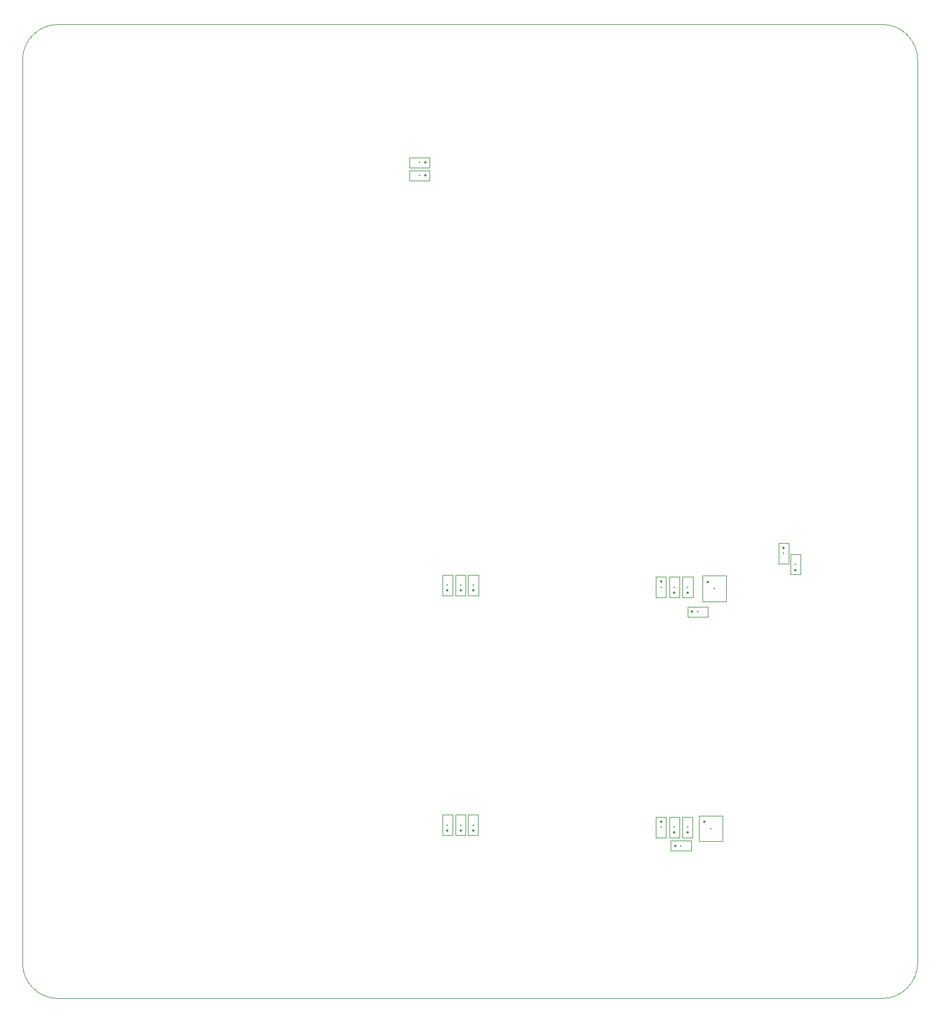
<source format=gbr>
%TF.GenerationSoftware,KiCad,Pcbnew,9.0.3*%
%TF.CreationDate,2025-09-17T10:52:19-04:00*%
%TF.ProjectId,4_COLD_TPC_SiPM_Pre_Amp,345f434f-4c44-45f5-9450-435f5369504d,rev?*%
%TF.SameCoordinates,Original*%
%TF.FileFunction,Component,L10,Bot*%
%TF.FilePolarity,Positive*%
%FSLAX46Y46*%
G04 Gerber Fmt 4.6, Leading zero omitted, Abs format (unit mm)*
G04 Created by KiCad (PCBNEW 9.0.3) date 2025-09-17 10:52:19*
%MOMM*%
%LPD*%
G01*
G04 APERTURE LIST*
%TA.AperFunction,ComponentMain*%
%ADD10C,0.300000*%
%TD*%
%TA.AperFunction,ComponentOutline,Courtyard*%
%ADD11C,0.100000*%
%TD*%
%TA.AperFunction,ComponentPin*%
%ADD12P,0.360000X4X0.000000*%
%TD*%
%TA.AperFunction,ComponentPin*%
%ADD13C,0.100000*%
%TD*%
%TA.AperFunction,Profile*%
%ADD14C,0.050000*%
%TD*%
G04 APERTURE END LIST*
D10*
%TO.C,C8*%
%TO.CFtp,C_0603_1608Metric*%
%TO.CVal,1uF*%
%TO.CLbN,Capacitor_SMD*%
%TO.CMnt,SMD*%
%TO.CRot,-90*%
X187877500Y-163090000D03*
D11*
X188602500Y-161615000D02*
X188602500Y-164565000D01*
X187152500Y-164565000D01*
X187152500Y-161615000D01*
X188602500Y-161615000D01*
D12*
%TO.P,C8,1*%
X187877500Y-163865000D03*
D13*
%TO.P,C8,2*%
X187877500Y-162315000D03*
%TD*%
D10*
%TO.C,C9*%
%TO.CFtp,C_0603_1608Metric*%
%TO.CVal,0.1uF*%
%TO.CLbN,Capacitor_SMD*%
%TO.CMnt,SMD*%
%TO.CRot,-90*%
X189767500Y-163095000D03*
D11*
X190492500Y-161620000D02*
X190492500Y-164570000D01*
X189042500Y-164570000D01*
X189042500Y-161620000D01*
X190492500Y-161620000D01*
D12*
%TO.P,C9,1*%
X189767500Y-163870000D03*
D13*
%TO.P,C9,2*%
X189767500Y-162320000D03*
%TD*%
D10*
%TO.C,C10*%
%TO.CFtp,C_0603_1608Metric*%
%TO.CVal,0.01uF*%
%TO.CLbN,Capacitor_SMD*%
%TO.CMnt,SMD*%
%TO.CRot,-90*%
X191577500Y-163100000D03*
D11*
X192302500Y-161625000D02*
X192302500Y-164575000D01*
X190852500Y-164575000D01*
X190852500Y-161625000D01*
X192302500Y-161625000D01*
D12*
%TO.P,C10,1*%
X191577500Y-163875000D03*
D13*
%TO.P,C10,2*%
X191577500Y-162325000D03*
%TD*%
D10*
%TO.C,C11*%
%TO.CFtp,C_0603_1608Metric*%
%TO.CVal,0.01uF*%
%TO.CLbN,Capacitor_SMD*%
%TO.CMnt,SMD*%
%TO.CRot,90*%
X218487500Y-163380000D03*
D11*
X219212500Y-161905000D02*
X219212500Y-164855000D01*
X217762500Y-164855000D01*
X217762500Y-161905000D01*
X219212500Y-161905000D01*
D12*
%TO.P,C11,1*%
X218487500Y-162605000D03*
D13*
%TO.P,C11,2*%
X218487500Y-164155000D03*
%TD*%
D10*
%TO.C,C13*%
%TO.CFtp,C_0603_1608Metric*%
%TO.CVal,0.1uF*%
%TO.CLbN,Capacitor_SMD*%
%TO.CMnt,SMD*%
%TO.CRot,-90*%
X220397500Y-163380000D03*
D11*
X221122500Y-161905000D02*
X221122500Y-164855000D01*
X219672500Y-164855000D01*
X219672500Y-161905000D01*
X221122500Y-161905000D01*
D12*
%TO.P,C13,1*%
X220397500Y-164155000D03*
D13*
%TO.P,C13,2*%
X220397500Y-162605000D03*
%TD*%
D10*
%TO.C,C14*%
%TO.CFtp,C_0603_1608Metric*%
%TO.CVal,1uF*%
%TO.CLbN,Capacitor_SMD*%
%TO.CMnt,SMD*%
%TO.CRot,-90*%
X222307500Y-163380000D03*
D11*
X223032500Y-161905000D02*
X223032500Y-164855000D01*
X221582500Y-164855000D01*
X221582500Y-161905000D01*
X223032500Y-161905000D01*
D12*
%TO.P,C14,1*%
X222307500Y-164155000D03*
D13*
%TO.P,C14,2*%
X222307500Y-162605000D03*
%TD*%
D10*
%TO.C,D1*%
%TO.CFtp,SOT95P230X110-3N*%
%TO.CVal,PLVA653A_215*%
%TO.CLbN,Nexperia*%
%TO.CMnt,SMD*%
%TO.CRot,90*%
X225597500Y-163587500D03*
D11*
X227292500Y-161732500D02*
X227292500Y-165442500D01*
X223902500Y-165442500D01*
X223902500Y-161732500D01*
X227292500Y-161732500D01*
D12*
%TO.P,D1,1,A*%
X224647500Y-162607500D03*
D13*
%TO.P,D1,3,K*%
X225597500Y-164567500D03*
%TO.P,D1,2*%
X226547500Y-162607500D03*
%TD*%
D10*
%TO.C,D2*%
%TO.CFtp,SOT95P230X110-3N*%
%TO.CVal,PLVA653A_215*%
%TO.CLbN,Nexperia*%
%TO.CMnt,SMD*%
%TO.CRot,90*%
X226165000Y-129177500D03*
D11*
X227860000Y-127322500D02*
X227860000Y-131032500D01*
X224470000Y-131032500D01*
X224470000Y-127322500D01*
X227860000Y-127322500D01*
D12*
%TO.P,D2,1,A*%
X225215000Y-128197500D03*
D13*
%TO.P,D2,3,K*%
X226165000Y-130157500D03*
%TO.P,D2,2*%
X227115000Y-128197500D03*
%TD*%
D10*
%TO.C,R1*%
%TO.CFtp,R_0603_1608Metric*%
%TO.CVal,10*%
%TO.CLbN,Resistor_SMD*%
%TO.CMnt,SMD*%
%TO.CRot,180*%
X221327500Y-166040000D03*
D11*
X222802500Y-165315000D02*
X222802500Y-166765000D01*
X219852500Y-166765000D01*
X219852500Y-165315000D01*
X222802500Y-165315000D01*
D12*
%TO.P,R1,1*%
X220502500Y-166040000D03*
D13*
%TO.P,R1,2*%
X222152500Y-166040000D03*
%TD*%
D10*
%TO.C,R2*%
%TO.CFtp,R_0603_1608Metric*%
%TO.CVal,10*%
%TO.CLbN,Resistor_SMD*%
%TO.CMnt,SMD*%
%TO.CRot,180*%
X223755000Y-132490000D03*
D11*
X225230000Y-131765000D02*
X225230000Y-133215000D01*
X222280000Y-133215000D01*
X222280000Y-131765000D01*
X225230000Y-131765000D01*
D12*
%TO.P,R2,1*%
X222930000Y-132490000D03*
D13*
%TO.P,R2,2*%
X224580000Y-132490000D03*
%TD*%
D10*
%TO.C,C31*%
%TO.CFtp,C_0603_1608Metric*%
%TO.CVal,1uF*%
%TO.CLbN,Capacitor_SMD*%
%TO.CMnt,SMD*%
%TO.CRot,90*%
X236050000Y-124100000D03*
D11*
X236775000Y-122625000D02*
X236775000Y-125575000D01*
X235325000Y-125575000D01*
X235325000Y-122625000D01*
X236775000Y-122625000D01*
D12*
%TO.P,C31,1*%
X236050000Y-123325000D03*
D13*
%TO.P,C31,2*%
X236050000Y-124875000D03*
%TD*%
D10*
%TO.C,R43*%
%TO.CFtp,R_0603_1608Metric*%
%TO.CVal,24.9*%
%TO.CLbN,Resistor_SMD*%
%TO.CMnt,SMD*%
%TO.CRot,-90*%
X237760000Y-125700000D03*
D11*
X238485000Y-124225000D02*
X238485000Y-127175000D01*
X237035000Y-127175000D01*
X237035000Y-124225000D01*
X238485000Y-124225000D01*
D12*
%TO.P,R43,1*%
X237760000Y-126525000D03*
D13*
%TO.P,R43,2*%
X237760000Y-124875000D03*
%TD*%
D10*
%TO.C,R44*%
%TO.CFtp,R_0603_1608Metric*%
%TO.CVal,24.9*%
%TO.CLbN,Resistor_SMD*%
%TO.CMnt,SMD*%
%TO.CRot,0*%
X183880000Y-68050000D03*
D11*
X185355000Y-67325000D02*
X185355000Y-68775000D01*
X182405000Y-68775000D01*
X182405000Y-67325000D01*
X185355000Y-67325000D01*
D12*
%TO.P,R44,1*%
X184705000Y-68050000D03*
D13*
%TO.P,R44,2*%
X183055000Y-68050000D03*
%TD*%
D10*
%TO.C,R42*%
%TO.CFtp,R_0603_1608Metric*%
%TO.CVal,24.9*%
%TO.CLbN,Resistor_SMD*%
%TO.CMnt,SMD*%
%TO.CRot,0*%
X183880000Y-69910000D03*
D11*
X185355000Y-69185000D02*
X185355000Y-70635000D01*
X182405000Y-70635000D01*
X182405000Y-69185000D01*
X185355000Y-69185000D01*
D12*
%TO.P,R42,1*%
X184705000Y-69910000D03*
D13*
%TO.P,R42,2*%
X183055000Y-69910000D03*
%TD*%
D10*
%TO.C,C22*%
%TO.CFtp,C_0603_1608Metric*%
%TO.CVal,0.1uF*%
%TO.CLbN,Capacitor_SMD*%
%TO.CMnt,SMD*%
%TO.CRot,-90*%
X220405000Y-128960000D03*
D11*
X221130000Y-127485000D02*
X221130000Y-130435000D01*
X219680000Y-130435000D01*
X219680000Y-127485000D01*
X221130000Y-127485000D01*
D12*
%TO.P,C22,1*%
X220405000Y-129735000D03*
D13*
%TO.P,C22,2*%
X220405000Y-128185000D03*
%TD*%
D10*
%TO.C,C20*%
%TO.CFtp,C_0603_1608Metric*%
%TO.CVal,0.01uF*%
%TO.CLbN,Capacitor_SMD*%
%TO.CMnt,SMD*%
%TO.CRot,90*%
X218495000Y-128960000D03*
D11*
X219220000Y-127485000D02*
X219220000Y-130435000D01*
X217770000Y-130435000D01*
X217770000Y-127485000D01*
X219220000Y-127485000D01*
D12*
%TO.P,C20,1*%
X218495000Y-128185000D03*
D13*
%TO.P,C20,2*%
X218495000Y-129735000D03*
%TD*%
D10*
%TO.C,C23*%
%TO.CFtp,C_0603_1608Metric*%
%TO.CVal,1uF*%
%TO.CLbN,Capacitor_SMD*%
%TO.CMnt,SMD*%
%TO.CRot,-90*%
X222315000Y-128960000D03*
D11*
X223040000Y-127485000D02*
X223040000Y-130435000D01*
X221590000Y-130435000D01*
X221590000Y-127485000D01*
X223040000Y-127485000D01*
D12*
%TO.P,C23,1*%
X222315000Y-129735000D03*
D13*
%TO.P,C23,2*%
X222315000Y-128185000D03*
%TD*%
D10*
%TO.C,C18*%
%TO.CFtp,C_0603_1608Metric*%
%TO.CVal,0.1uF*%
%TO.CLbN,Capacitor_SMD*%
%TO.CMnt,SMD*%
%TO.CRot,-90*%
X189775000Y-128675000D03*
D11*
X190500000Y-127200000D02*
X190500000Y-130150000D01*
X189050000Y-130150000D01*
X189050000Y-127200000D01*
X190500000Y-127200000D01*
D12*
%TO.P,C18,1*%
X189775000Y-129450000D03*
D13*
%TO.P,C18,2*%
X189775000Y-127900000D03*
%TD*%
D10*
%TO.C,C19*%
%TO.CFtp,C_0603_1608Metric*%
%TO.CVal,0.01uF*%
%TO.CLbN,Capacitor_SMD*%
%TO.CMnt,SMD*%
%TO.CRot,-90*%
X191585000Y-128680000D03*
D11*
X192310000Y-127205000D02*
X192310000Y-130155000D01*
X190860000Y-130155000D01*
X190860000Y-127205000D01*
X192310000Y-127205000D01*
D12*
%TO.P,C19,1*%
X191585000Y-129455000D03*
D13*
%TO.P,C19,2*%
X191585000Y-127905000D03*
%TD*%
D10*
%TO.C,C17*%
%TO.CFtp,C_0603_1608Metric*%
%TO.CVal,1uF*%
%TO.CLbN,Capacitor_SMD*%
%TO.CMnt,SMD*%
%TO.CRot,-90*%
X187885000Y-128670000D03*
D11*
X188610000Y-127195000D02*
X188610000Y-130145000D01*
X187160000Y-130145000D01*
X187160000Y-127195000D01*
X188610000Y-127195000D01*
D12*
%TO.P,C17,1*%
X187885000Y-129445000D03*
D13*
%TO.P,C17,2*%
X187885000Y-127895000D03*
%TD*%
D14*
X132080000Y-187960000D02*
G75*
G02*
X127000000Y-182880000I0J5080000D01*
G01*
X127000000Y-167640000D02*
X127000000Y-53340000D01*
X127000001Y-53340000D02*
G75*
G02*
X132080000Y-48260001I5079999J0D01*
G01*
X250190000Y-187960000D02*
X132080000Y-187960000D01*
X127000000Y-182880000D02*
X127000000Y-167640000D01*
X250190000Y-48260000D02*
G75*
G02*
X255270000Y-53340000I0J-5080000D01*
G01*
X255270000Y-53340000D02*
X255270000Y-182880000D01*
X132080000Y-48260000D02*
X250190000Y-48260000D01*
X255270000Y-182880000D02*
G75*
G02*
X250190000Y-187960000I-5080000J0D01*
G01*
M02*

</source>
